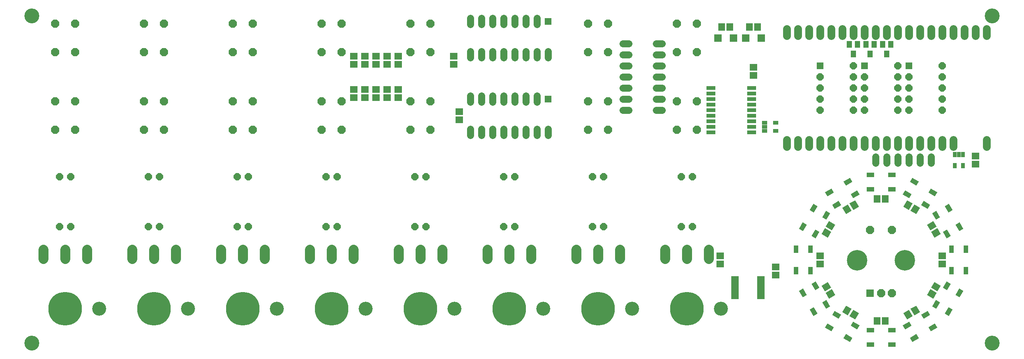
<source format=gts>
G75*
%MOIN*%
%OFA0B0*%
%FSLAX25Y25*%
%IPPOS*%
%LPD*%
%AMOC8*
5,1,8,0,0,1.08239X$1,22.5*
%
%ADD10C,0.13398*%
%ADD11R,0.06706X0.06706*%
%ADD12OC8,0.06400*%
%ADD13R,0.06400X0.06400*%
%ADD14C,0.09068*%
%ADD15C,0.30328*%
%ADD16C,0.12611*%
%ADD17R,0.05918X0.06706*%
%ADD18OC8,0.07137*%
%ADD19R,0.07137X0.07137*%
%ADD20C,0.18517*%
%ADD21R,0.04737X0.06312*%
%ADD22C,0.06400*%
%ADD23R,0.03517X0.04698*%
%ADD24R,0.08083X0.03359*%
%ADD25R,0.06706X0.05918*%
%ADD26R,0.06607X0.02572*%
%ADD27C,0.07137*%
%ADD28R,0.04698X0.03517*%
%ADD29R,0.04343X0.06706*%
%ADD30R,0.06706X0.04343*%
D10*
X0015000Y0015000D03*
X0015000Y0310000D03*
X0880000Y0310000D03*
X0880000Y0015000D03*
D11*
X0671890Y0290000D03*
X0658110Y0290000D03*
X0646890Y0290000D03*
X0633110Y0290000D03*
D12*
X0725000Y0255000D03*
X0725000Y0245000D03*
X0725000Y0235000D03*
X0725000Y0225000D03*
X0755000Y0225000D03*
X0765000Y0225000D03*
X0765000Y0235000D03*
X0755000Y0235000D03*
X0755000Y0245000D03*
X0765000Y0245000D03*
X0765000Y0255000D03*
X0755000Y0255000D03*
X0755000Y0265000D03*
X0795000Y0265000D03*
X0795000Y0255000D03*
X0805000Y0255000D03*
X0805000Y0245000D03*
X0795000Y0245000D03*
X0795000Y0235000D03*
X0805000Y0235000D03*
X0805000Y0225000D03*
X0795000Y0225000D03*
X0835000Y0225000D03*
X0835000Y0235000D03*
X0835000Y0245000D03*
X0835000Y0255000D03*
X0835000Y0265000D03*
X0610000Y0165000D03*
X0600000Y0165000D03*
X0530000Y0165000D03*
X0520000Y0165000D03*
X0450000Y0165000D03*
X0440000Y0165000D03*
X0370000Y0165000D03*
X0360000Y0165000D03*
X0290000Y0165000D03*
X0280000Y0165000D03*
X0210000Y0165000D03*
X0200000Y0165000D03*
X0130000Y0165000D03*
X0120000Y0165000D03*
X0050000Y0165000D03*
X0040000Y0165000D03*
X0040000Y0120000D03*
X0050000Y0120000D03*
X0120000Y0120000D03*
X0130000Y0120000D03*
X0200000Y0120000D03*
X0210000Y0120000D03*
X0280000Y0120000D03*
X0290000Y0120000D03*
X0360000Y0120000D03*
X0370000Y0120000D03*
X0440000Y0120000D03*
X0450000Y0120000D03*
X0520000Y0120000D03*
X0530000Y0120000D03*
X0600000Y0120000D03*
X0610000Y0120000D03*
D13*
X0480000Y0235000D03*
X0480000Y0305000D03*
X0725000Y0265000D03*
X0765000Y0265000D03*
X0805000Y0265000D03*
D14*
X0624685Y0099134D02*
X0624685Y0090866D01*
X0605000Y0090866D02*
X0605000Y0099134D01*
X0585315Y0099134D02*
X0585315Y0090866D01*
X0544685Y0090866D02*
X0544685Y0099134D01*
X0525000Y0099134D02*
X0525000Y0090866D01*
X0505315Y0090866D02*
X0505315Y0099134D01*
X0464685Y0099134D02*
X0464685Y0090866D01*
X0445000Y0090866D02*
X0445000Y0099134D01*
X0425315Y0099134D02*
X0425315Y0090866D01*
X0384685Y0090866D02*
X0384685Y0099134D01*
X0365000Y0099134D02*
X0365000Y0090866D01*
X0345315Y0090866D02*
X0345315Y0099134D01*
X0304685Y0099134D02*
X0304685Y0090866D01*
X0285000Y0090866D02*
X0285000Y0099134D01*
X0265315Y0099134D02*
X0265315Y0090866D01*
X0224685Y0090866D02*
X0224685Y0099134D01*
X0205000Y0099134D02*
X0205000Y0090866D01*
X0185315Y0090866D02*
X0185315Y0099134D01*
X0144685Y0099134D02*
X0144685Y0090866D01*
X0125000Y0090866D02*
X0125000Y0099134D01*
X0105315Y0099134D02*
X0105315Y0090866D01*
X0064685Y0090866D02*
X0064685Y0099134D01*
X0045000Y0099134D02*
X0045000Y0090866D01*
X0025315Y0090866D02*
X0025315Y0099134D01*
D15*
X0045000Y0045787D03*
X0125000Y0045787D03*
X0205000Y0045787D03*
X0285000Y0045787D03*
X0365000Y0045787D03*
X0445000Y0045787D03*
X0525000Y0045787D03*
X0605000Y0045787D03*
D16*
X0635709Y0045787D03*
X0555709Y0045787D03*
X0475709Y0045787D03*
X0395709Y0045787D03*
X0315709Y0045787D03*
X0235709Y0045787D03*
X0155709Y0045787D03*
X0075709Y0045787D03*
D17*
X0636260Y0300000D03*
X0643740Y0300000D03*
X0661260Y0300000D03*
X0668740Y0300000D03*
X0776260Y0145000D03*
X0783740Y0145000D03*
G36*
X0803375Y0143753D02*
X0808500Y0140794D01*
X0805147Y0134987D01*
X0800022Y0137946D01*
X0803375Y0143753D01*
G37*
G36*
X0809853Y0140013D02*
X0814978Y0137054D01*
X0811625Y0131247D01*
X0806500Y0134206D01*
X0809853Y0140013D01*
G37*
G36*
X0827054Y0124978D02*
X0830013Y0119853D01*
X0824206Y0116500D01*
X0821247Y0121625D01*
X0827054Y0124978D01*
G37*
G36*
X0830794Y0118500D02*
X0833753Y0113375D01*
X0827946Y0110022D01*
X0824987Y0115147D01*
X0830794Y0118500D01*
G37*
G36*
X0751500Y0140794D02*
X0756625Y0143753D01*
X0759978Y0137946D01*
X0754853Y0134987D01*
X0751500Y0140794D01*
G37*
G36*
X0745022Y0137054D02*
X0750147Y0140013D01*
X0753500Y0134206D01*
X0748375Y0131247D01*
X0745022Y0137054D01*
G37*
G36*
X0729987Y0119853D02*
X0732946Y0124978D01*
X0738753Y0121625D01*
X0735794Y0116500D01*
X0729987Y0119853D01*
G37*
G36*
X0726247Y0113375D02*
X0729206Y0118500D01*
X0735013Y0115147D01*
X0732054Y0110022D01*
X0726247Y0113375D01*
G37*
G36*
X0729206Y0061500D02*
X0726247Y0066625D01*
X0732054Y0069978D01*
X0735013Y0064853D01*
X0729206Y0061500D01*
G37*
G36*
X0732946Y0055022D02*
X0729987Y0060147D01*
X0735794Y0063500D01*
X0738753Y0058375D01*
X0732946Y0055022D01*
G37*
G36*
X0750147Y0039987D02*
X0745022Y0042946D01*
X0748375Y0048753D01*
X0753500Y0045794D01*
X0750147Y0039987D01*
G37*
G36*
X0756625Y0036247D02*
X0751500Y0039206D01*
X0754853Y0045013D01*
X0759978Y0042054D01*
X0756625Y0036247D01*
G37*
X0776260Y0035000D03*
X0783740Y0035000D03*
G36*
X0808500Y0039206D02*
X0803375Y0036247D01*
X0800022Y0042054D01*
X0805147Y0045013D01*
X0808500Y0039206D01*
G37*
G36*
X0814978Y0042946D02*
X0809853Y0039987D01*
X0806500Y0045794D01*
X0811625Y0048753D01*
X0814978Y0042946D01*
G37*
G36*
X0830013Y0060147D02*
X0827054Y0055022D01*
X0821247Y0058375D01*
X0824206Y0063500D01*
X0830013Y0060147D01*
G37*
G36*
X0833753Y0066625D02*
X0830794Y0061500D01*
X0824987Y0064853D01*
X0827946Y0069978D01*
X0833753Y0066625D01*
G37*
D18*
X0789685Y0060000D03*
X0779843Y0060000D03*
X0789685Y0117087D03*
X0770000Y0117087D03*
X0613900Y0207200D03*
X0596100Y0207200D03*
X0596100Y0232800D03*
X0613900Y0232800D03*
X0533900Y0232800D03*
X0516100Y0232800D03*
X0516100Y0207200D03*
X0533900Y0207200D03*
X0533900Y0277200D03*
X0516100Y0277200D03*
X0516100Y0302800D03*
X0533900Y0302800D03*
X0596100Y0302800D03*
X0613900Y0302800D03*
X0613900Y0277200D03*
X0596100Y0277200D03*
X0373900Y0277200D03*
X0356100Y0277200D03*
X0356100Y0302800D03*
X0373900Y0302800D03*
X0293900Y0302800D03*
X0276100Y0302800D03*
X0276100Y0277200D03*
X0293900Y0277200D03*
X0213900Y0277200D03*
X0196100Y0277200D03*
X0196100Y0302800D03*
X0213900Y0302800D03*
X0133900Y0302800D03*
X0116100Y0302800D03*
X0116100Y0277200D03*
X0133900Y0277200D03*
X0053900Y0277200D03*
X0036100Y0277200D03*
X0036100Y0302800D03*
X0053900Y0302800D03*
X0053900Y0232800D03*
X0036100Y0232800D03*
X0036100Y0207200D03*
X0053900Y0207200D03*
X0116100Y0207200D03*
X0133900Y0207200D03*
X0133900Y0232800D03*
X0116100Y0232800D03*
X0196100Y0232800D03*
X0213900Y0232800D03*
X0213900Y0207200D03*
X0196100Y0207200D03*
X0276100Y0207200D03*
X0293900Y0207200D03*
X0293900Y0232800D03*
X0276100Y0232800D03*
X0356100Y0232800D03*
X0373900Y0232800D03*
X0373900Y0207200D03*
X0356100Y0207200D03*
D19*
X0770000Y0060000D03*
D20*
X0758189Y0089528D03*
X0801496Y0089528D03*
D21*
X0785000Y0275669D03*
X0770000Y0275669D03*
X0766260Y0284331D03*
X0773740Y0284331D03*
X0781260Y0284331D03*
X0788740Y0284331D03*
X0758740Y0284331D03*
X0751260Y0284331D03*
X0755000Y0275669D03*
D22*
X0582800Y0275000D02*
X0577200Y0275000D01*
X0577200Y0265000D02*
X0582800Y0265000D01*
X0582800Y0255000D02*
X0577200Y0255000D01*
X0577200Y0245000D02*
X0582800Y0245000D01*
X0582800Y0235000D02*
X0577200Y0235000D01*
X0577200Y0225000D02*
X0582800Y0225000D01*
X0552800Y0225000D02*
X0547200Y0225000D01*
X0547200Y0235000D02*
X0552800Y0235000D01*
X0552800Y0245000D02*
X0547200Y0245000D01*
X0547200Y0255000D02*
X0552800Y0255000D01*
X0552800Y0265000D02*
X0547200Y0265000D01*
X0547200Y0275000D02*
X0552800Y0275000D01*
X0552800Y0285000D02*
X0547200Y0285000D01*
X0577200Y0285000D02*
X0582800Y0285000D01*
X0480000Y0277800D02*
X0480000Y0272200D01*
X0470000Y0272200D02*
X0470000Y0277800D01*
X0460000Y0277800D02*
X0460000Y0272200D01*
X0450000Y0272200D02*
X0450000Y0277800D01*
X0440000Y0277800D02*
X0440000Y0272200D01*
X0430000Y0272200D02*
X0430000Y0277800D01*
X0420000Y0277800D02*
X0420000Y0272200D01*
X0410000Y0272200D02*
X0410000Y0277800D01*
X0410000Y0302200D02*
X0410000Y0307800D01*
X0420000Y0307800D02*
X0420000Y0302200D01*
X0430000Y0302200D02*
X0430000Y0307800D01*
X0440000Y0307800D02*
X0440000Y0302200D01*
X0450000Y0302200D02*
X0450000Y0307800D01*
X0460000Y0307800D02*
X0460000Y0302200D01*
X0470000Y0302200D02*
X0470000Y0307800D01*
X0470000Y0237800D02*
X0470000Y0232200D01*
X0460000Y0232200D02*
X0460000Y0237800D01*
X0450000Y0237800D02*
X0450000Y0232200D01*
X0440000Y0232200D02*
X0440000Y0237800D01*
X0430000Y0237800D02*
X0430000Y0232200D01*
X0420000Y0232200D02*
X0420000Y0237800D01*
X0410000Y0237800D02*
X0410000Y0232200D01*
X0410000Y0207800D02*
X0410000Y0202200D01*
X0420000Y0202200D02*
X0420000Y0207800D01*
X0430000Y0207800D02*
X0430000Y0202200D01*
X0440000Y0202200D02*
X0440000Y0207800D01*
X0450000Y0207800D02*
X0450000Y0202200D01*
X0460000Y0202200D02*
X0460000Y0207800D01*
X0470000Y0207800D02*
X0470000Y0202200D01*
X0480000Y0202200D02*
X0480000Y0207800D01*
X0775000Y0182800D02*
X0775000Y0177200D01*
X0785000Y0177200D02*
X0785000Y0182800D01*
X0795000Y0182800D02*
X0795000Y0177200D01*
X0805000Y0177200D02*
X0805000Y0182800D01*
X0815000Y0182800D02*
X0815000Y0177200D01*
X0825000Y0177200D02*
X0825000Y0182800D01*
D23*
X0846260Y0185079D03*
X0850000Y0185079D03*
X0853740Y0185079D03*
X0853740Y0174882D03*
X0846260Y0174882D03*
D24*
X0663406Y0205000D03*
X0663406Y0210000D03*
X0663406Y0215000D03*
X0663406Y0220000D03*
X0663406Y0225000D03*
X0663406Y0230000D03*
X0663406Y0235000D03*
X0663406Y0240000D03*
X0663406Y0245000D03*
X0626594Y0245000D03*
X0626594Y0240000D03*
X0626594Y0235000D03*
X0626594Y0230000D03*
X0626594Y0225000D03*
X0626594Y0220000D03*
X0626594Y0215000D03*
X0626594Y0210000D03*
X0626594Y0205000D03*
D25*
X0665000Y0256260D03*
X0665000Y0263740D03*
X0865000Y0183740D03*
X0865000Y0176260D03*
X0835000Y0093740D03*
X0835000Y0086260D03*
X0725000Y0086260D03*
X0725000Y0093740D03*
X0685000Y0083740D03*
X0685000Y0076260D03*
X0635000Y0086260D03*
X0635000Y0093740D03*
X0400000Y0216260D03*
X0400000Y0223740D03*
X0345000Y0236260D03*
X0335000Y0236260D03*
X0325000Y0236260D03*
X0315000Y0236260D03*
X0305000Y0236260D03*
X0305000Y0243740D03*
X0315000Y0243740D03*
X0325000Y0243740D03*
X0335000Y0243740D03*
X0345000Y0243740D03*
X0345000Y0266260D03*
X0335000Y0266260D03*
X0325000Y0266260D03*
X0315000Y0266260D03*
X0305000Y0266260D03*
X0305000Y0273740D03*
X0315000Y0273740D03*
X0325000Y0273740D03*
X0335000Y0273740D03*
X0345000Y0273740D03*
X0395000Y0273740D03*
X0395000Y0266260D03*
D26*
X0648433Y0073957D03*
X0648433Y0071398D03*
X0648433Y0068839D03*
X0648433Y0066280D03*
X0648433Y0063720D03*
X0648433Y0061161D03*
X0648433Y0058602D03*
X0648433Y0056043D03*
X0671567Y0056043D03*
X0671567Y0058602D03*
X0671567Y0061161D03*
X0671567Y0063720D03*
X0671567Y0066280D03*
X0671567Y0068839D03*
X0671567Y0071398D03*
X0671567Y0073957D03*
D27*
X0695000Y0191831D02*
X0695000Y0198169D01*
X0705000Y0198169D02*
X0705000Y0191831D01*
X0715000Y0191831D02*
X0715000Y0198169D01*
X0725000Y0198169D02*
X0725000Y0191831D01*
X0735000Y0191831D02*
X0735000Y0198169D01*
X0745000Y0198169D02*
X0745000Y0191831D01*
X0755000Y0191831D02*
X0755000Y0198169D01*
X0765000Y0198169D02*
X0765000Y0191831D01*
X0775000Y0191831D02*
X0775000Y0198169D01*
X0785000Y0198169D02*
X0785000Y0191831D01*
X0795000Y0191831D02*
X0795000Y0198169D01*
X0805000Y0198169D02*
X0805000Y0191831D01*
X0815000Y0191831D02*
X0815000Y0198169D01*
X0825000Y0198169D02*
X0825000Y0191831D01*
X0835000Y0191831D02*
X0835000Y0198169D01*
X0845000Y0198169D02*
X0845000Y0191831D01*
X0875000Y0191831D02*
X0875000Y0198169D01*
X0875000Y0291831D02*
X0875000Y0298169D01*
X0865000Y0298169D02*
X0865000Y0291831D01*
X0855000Y0291831D02*
X0855000Y0298169D01*
X0845000Y0298169D02*
X0845000Y0291831D01*
X0835000Y0291831D02*
X0835000Y0298169D01*
X0825000Y0298169D02*
X0825000Y0291831D01*
X0815000Y0291831D02*
X0815000Y0298169D01*
X0805000Y0298169D02*
X0805000Y0291831D01*
X0795000Y0291831D02*
X0795000Y0298169D01*
X0785000Y0298169D02*
X0785000Y0291831D01*
X0775000Y0291831D02*
X0775000Y0298169D01*
X0765000Y0298169D02*
X0765000Y0291831D01*
X0755000Y0291831D02*
X0755000Y0298169D01*
X0745000Y0298169D02*
X0745000Y0291831D01*
X0735000Y0291831D02*
X0735000Y0298169D01*
X0725000Y0298169D02*
X0725000Y0291831D01*
X0715000Y0291831D02*
X0715000Y0298169D01*
X0705000Y0298169D02*
X0705000Y0291831D01*
X0695000Y0291831D02*
X0695000Y0298169D01*
D28*
X0685118Y0213740D03*
X0685118Y0206260D03*
X0674921Y0206260D03*
X0674921Y0210000D03*
X0674921Y0213740D03*
D29*
X0703504Y0099646D03*
X0716496Y0099646D03*
X0716496Y0080354D03*
X0703504Y0080354D03*
X0843504Y0080354D03*
X0856496Y0080354D03*
X0856496Y0099646D03*
X0843504Y0099646D03*
D30*
G36*
X0839400Y0117388D02*
X0842753Y0111581D01*
X0838994Y0109410D01*
X0835641Y0115217D01*
X0839400Y0117388D01*
G37*
G36*
X0850652Y0123884D02*
X0854005Y0118077D01*
X0850246Y0115906D01*
X0846893Y0121713D01*
X0850652Y0123884D01*
G37*
G36*
X0829754Y0134094D02*
X0833107Y0128287D01*
X0829348Y0126116D01*
X0825995Y0131923D01*
X0829754Y0134094D01*
G37*
G36*
X0818287Y0143107D02*
X0824094Y0139754D01*
X0821923Y0135995D01*
X0816116Y0139348D01*
X0818287Y0143107D01*
G37*
G36*
X0801581Y0152753D02*
X0807388Y0149400D01*
X0805217Y0145641D01*
X0799410Y0148994D01*
X0801581Y0152753D01*
G37*
X0789646Y0153504D03*
X0770354Y0153504D03*
G36*
X0752612Y0149400D02*
X0758419Y0152753D01*
X0760590Y0148994D01*
X0754783Y0145641D01*
X0752612Y0149400D01*
G37*
G36*
X0735906Y0139754D02*
X0741713Y0143107D01*
X0743884Y0139348D01*
X0738077Y0135995D01*
X0735906Y0139754D01*
G37*
G36*
X0715641Y0134783D02*
X0718994Y0140590D01*
X0722753Y0138419D01*
X0719400Y0132612D01*
X0715641Y0134783D01*
G37*
G36*
X0726893Y0128287D02*
X0730246Y0134094D01*
X0734005Y0131923D01*
X0730652Y0126116D01*
X0726893Y0128287D01*
G37*
G36*
X0705995Y0118077D02*
X0709348Y0123884D01*
X0713107Y0121713D01*
X0709754Y0115906D01*
X0705995Y0118077D01*
G37*
G36*
X0717247Y0111581D02*
X0720600Y0117388D01*
X0724359Y0115217D01*
X0721006Y0109410D01*
X0717247Y0111581D01*
G37*
G36*
X0729410Y0151006D02*
X0735217Y0154359D01*
X0737388Y0150600D01*
X0731581Y0147247D01*
X0729410Y0151006D01*
G37*
G36*
X0746116Y0160652D02*
X0751923Y0164005D01*
X0754094Y0160246D01*
X0748287Y0156893D01*
X0746116Y0160652D01*
G37*
X0770354Y0166496D03*
X0789646Y0166496D03*
G36*
X0808077Y0164005D02*
X0813884Y0160652D01*
X0811713Y0156893D01*
X0805906Y0160246D01*
X0808077Y0164005D01*
G37*
G36*
X0824783Y0154359D02*
X0830590Y0151006D01*
X0828419Y0147247D01*
X0822612Y0150600D01*
X0824783Y0154359D01*
G37*
G36*
X0841006Y0140590D02*
X0844359Y0134783D01*
X0840600Y0132612D01*
X0837247Y0138419D01*
X0841006Y0140590D01*
G37*
G36*
X0842753Y0068419D02*
X0839400Y0062612D01*
X0835641Y0064783D01*
X0838994Y0070590D01*
X0842753Y0068419D01*
G37*
G36*
X0854005Y0061923D02*
X0850652Y0056116D01*
X0846893Y0058287D01*
X0850246Y0064094D01*
X0854005Y0061923D01*
G37*
G36*
X0833107Y0051713D02*
X0829754Y0045906D01*
X0825995Y0048077D01*
X0829348Y0053884D01*
X0833107Y0051713D01*
G37*
G36*
X0844359Y0045217D02*
X0841006Y0039410D01*
X0837247Y0041581D01*
X0840600Y0047388D01*
X0844359Y0045217D01*
G37*
G36*
X0824094Y0040246D02*
X0818287Y0036893D01*
X0816116Y0040652D01*
X0821923Y0044005D01*
X0824094Y0040246D01*
G37*
G36*
X0830590Y0028994D02*
X0824783Y0025641D01*
X0822612Y0029400D01*
X0828419Y0032753D01*
X0830590Y0028994D01*
G37*
G36*
X0813884Y0019348D02*
X0808077Y0015995D01*
X0805906Y0019754D01*
X0811713Y0023107D01*
X0813884Y0019348D01*
G37*
G36*
X0807388Y0030600D02*
X0801581Y0027247D01*
X0799410Y0031006D01*
X0805217Y0034359D01*
X0807388Y0030600D01*
G37*
X0789646Y0026496D03*
X0770354Y0026496D03*
G36*
X0758419Y0027247D02*
X0752612Y0030600D01*
X0754783Y0034359D01*
X0760590Y0031006D01*
X0758419Y0027247D01*
G37*
G36*
X0751923Y0015995D02*
X0746116Y0019348D01*
X0748287Y0023107D01*
X0754094Y0019754D01*
X0751923Y0015995D01*
G37*
X0770354Y0013504D03*
X0789646Y0013504D03*
G36*
X0741713Y0036893D02*
X0735906Y0040246D01*
X0738077Y0044005D01*
X0743884Y0040652D01*
X0741713Y0036893D01*
G37*
G36*
X0735217Y0025641D02*
X0729410Y0028994D01*
X0731581Y0032753D01*
X0737388Y0029400D01*
X0735217Y0025641D01*
G37*
G36*
X0718994Y0039410D02*
X0715641Y0045217D01*
X0719400Y0047388D01*
X0722753Y0041581D01*
X0718994Y0039410D01*
G37*
G36*
X0730246Y0045906D02*
X0726893Y0051713D01*
X0730652Y0053884D01*
X0734005Y0048077D01*
X0730246Y0045906D01*
G37*
G36*
X0709348Y0056116D02*
X0705995Y0061923D01*
X0709754Y0064094D01*
X0713107Y0058287D01*
X0709348Y0056116D01*
G37*
G36*
X0720600Y0062612D02*
X0717247Y0068419D01*
X0721006Y0070590D01*
X0724359Y0064783D01*
X0720600Y0062612D01*
G37*
M02*

</source>
